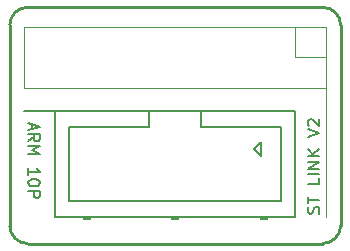
<source format=gbr>
G04 #@! TF.GenerationSoftware,KiCad,Pcbnew,(5.1.8)-1*
G04 #@! TF.CreationDate,2021-02-24T14:52:37-06:00*
G04 #@! TF.ProjectId,STLINK_Adapter,53544c49-4e4b-45f4-9164-61707465722e,rev?*
G04 #@! TF.SameCoordinates,Original*
G04 #@! TF.FileFunction,Legend,Top*
G04 #@! TF.FilePolarity,Positive*
%FSLAX46Y46*%
G04 Gerber Fmt 4.6, Leading zero omitted, Abs format (unit mm)*
G04 Created by KiCad (PCBNEW (5.1.8)-1) date 2021-02-24 14:52:37*
%MOMM*%
%LPD*%
G01*
G04 APERTURE LIST*
%ADD10C,0.120000*%
%ADD11C,0.150000*%
G04 #@! TA.AperFunction,Profile*
%ADD12C,0.254000*%
G04 #@! TD*
G04 APERTURE END LIST*
D10*
X110160000Y-94250000D02*
X112760000Y-94250000D01*
X110160000Y-91650000D02*
X110160000Y-94250000D01*
X112760000Y-96850000D02*
X112760000Y-107740000D01*
D11*
X89850000Y-98800000D02*
X87240000Y-98800000D01*
D10*
X87240000Y-96850000D02*
X87240000Y-91650000D01*
X112760000Y-96850000D02*
X87240000Y-96850000D01*
X112760000Y-91650000D02*
X112760000Y-96850000D01*
X87240000Y-91650000D02*
X112760000Y-91650000D01*
D11*
X112154761Y-107462023D02*
X112202380Y-107319166D01*
X112202380Y-107081071D01*
X112154761Y-106985833D01*
X112107142Y-106938214D01*
X112011904Y-106890595D01*
X111916666Y-106890595D01*
X111821428Y-106938214D01*
X111773809Y-106985833D01*
X111726190Y-107081071D01*
X111678571Y-107271547D01*
X111630952Y-107366785D01*
X111583333Y-107414404D01*
X111488095Y-107462023D01*
X111392857Y-107462023D01*
X111297619Y-107414404D01*
X111250000Y-107366785D01*
X111202380Y-107271547D01*
X111202380Y-107033452D01*
X111250000Y-106890595D01*
X111202380Y-106604880D02*
X111202380Y-106033452D01*
X112202380Y-106319166D02*
X111202380Y-106319166D01*
X112202380Y-104462023D02*
X112202380Y-104938214D01*
X111202380Y-104938214D01*
X112202380Y-104128690D02*
X111202380Y-104128690D01*
X112202380Y-103652500D02*
X111202380Y-103652500D01*
X112202380Y-103081071D01*
X111202380Y-103081071D01*
X112202380Y-102604880D02*
X111202380Y-102604880D01*
X112202380Y-102033452D02*
X111630952Y-102462023D01*
X111202380Y-102033452D02*
X111773809Y-102604880D01*
X111202380Y-100985833D02*
X112202380Y-100652500D01*
X111202380Y-100319166D01*
X111297619Y-100033452D02*
X111250000Y-99985833D01*
X111202380Y-99890595D01*
X111202380Y-99652500D01*
X111250000Y-99557261D01*
X111297619Y-99509642D01*
X111392857Y-99462023D01*
X111488095Y-99462023D01*
X111630952Y-99509642D01*
X112202380Y-100081071D01*
X112202380Y-99462023D01*
X87833333Y-99857142D02*
X87833333Y-100333333D01*
X87547619Y-99761904D02*
X88547619Y-100095238D01*
X87547619Y-100428571D01*
X87547619Y-101333333D02*
X88023809Y-101000000D01*
X87547619Y-100761904D02*
X88547619Y-100761904D01*
X88547619Y-101142857D01*
X88500000Y-101238095D01*
X88452380Y-101285714D01*
X88357142Y-101333333D01*
X88214285Y-101333333D01*
X88119047Y-101285714D01*
X88071428Y-101238095D01*
X88023809Y-101142857D01*
X88023809Y-100761904D01*
X87547619Y-101761904D02*
X88547619Y-101761904D01*
X87833333Y-102095238D01*
X88547619Y-102428571D01*
X87547619Y-102428571D01*
X87547619Y-104190476D02*
X87547619Y-103619047D01*
X87547619Y-103904761D02*
X88547619Y-103904761D01*
X88404761Y-103809523D01*
X88309523Y-103714285D01*
X88261904Y-103619047D01*
X88547619Y-104809523D02*
X88547619Y-104904761D01*
X88500000Y-105000000D01*
X88452380Y-105047619D01*
X88357142Y-105095238D01*
X88166666Y-105142857D01*
X87928571Y-105142857D01*
X87738095Y-105095238D01*
X87642857Y-105047619D01*
X87595238Y-105000000D01*
X87547619Y-104904761D01*
X87547619Y-104809523D01*
X87595238Y-104714285D01*
X87642857Y-104666666D01*
X87738095Y-104619047D01*
X87928571Y-104571428D01*
X88166666Y-104571428D01*
X88357142Y-104619047D01*
X88452380Y-104666666D01*
X88500000Y-104714285D01*
X88547619Y-104809523D01*
X87547619Y-105571428D02*
X88547619Y-105571428D01*
X88547619Y-105952380D01*
X88500000Y-106047619D01*
X88452380Y-106095238D01*
X88357142Y-106142857D01*
X88214285Y-106142857D01*
X88119047Y-106095238D01*
X88071428Y-106047619D01*
X88023809Y-105952380D01*
X88023809Y-105571428D01*
D12*
X112500000Y-90000000D02*
G75*
G02*
X114000000Y-91500000I0J-1500000D01*
G01*
X114000000Y-108500000D02*
G75*
G02*
X112500000Y-110000000I-1500000J0D01*
G01*
X87500000Y-110000000D02*
G75*
G02*
X86000000Y-108500000I0J1500000D01*
G01*
X87500000Y-110000000D02*
X112500000Y-110000000D01*
X114000000Y-91500000D02*
X114000000Y-108500000D01*
X86000000Y-91500000D02*
X86000000Y-108500000D01*
X86000000Y-91500000D02*
G75*
G02*
X87500000Y-90000000I1500000J0D01*
G01*
X87500000Y-90000000D02*
X112500000Y-90000000D01*
D11*
X110150000Y-98800000D02*
X110150000Y-107740000D01*
X110150000Y-107740000D02*
X89850000Y-107740000D01*
X89850000Y-107740000D02*
X89850000Y-98800000D01*
X89850000Y-98800000D02*
X110150000Y-98800000D01*
X102225000Y-98800000D02*
X102225000Y-100100000D01*
X102225000Y-100100000D02*
X108950000Y-100100000D01*
X108950000Y-100100000D02*
X108950000Y-106440000D01*
X108950000Y-106440000D02*
X91050000Y-106440000D01*
X91050000Y-106440000D02*
X91050000Y-100100000D01*
X91050000Y-100100000D02*
X97775000Y-100100000D01*
X97775000Y-100100000D02*
X97775000Y-98800000D01*
X100250000Y-107740000D02*
X100250000Y-107940000D01*
X100250000Y-107940000D02*
X99750000Y-107940000D01*
X99750000Y-107940000D02*
X99750000Y-107740000D01*
X100250000Y-107840000D02*
X99750000Y-107840000D01*
X92770000Y-107740000D02*
X92770000Y-107940000D01*
X92770000Y-107940000D02*
X92270000Y-107940000D01*
X92270000Y-107940000D02*
X92270000Y-107740000D01*
X92770000Y-107840000D02*
X92270000Y-107840000D01*
X107730000Y-107740000D02*
X107730000Y-107940000D01*
X107730000Y-107940000D02*
X107230000Y-107940000D01*
X107230000Y-107940000D02*
X107230000Y-107740000D01*
X107730000Y-107840000D02*
X107230000Y-107840000D01*
X107280000Y-101400000D02*
X107280000Y-102600000D01*
X107280000Y-102600000D02*
X106680000Y-102000000D01*
X106680000Y-102000000D02*
X107280000Y-101400000D01*
M02*

</source>
